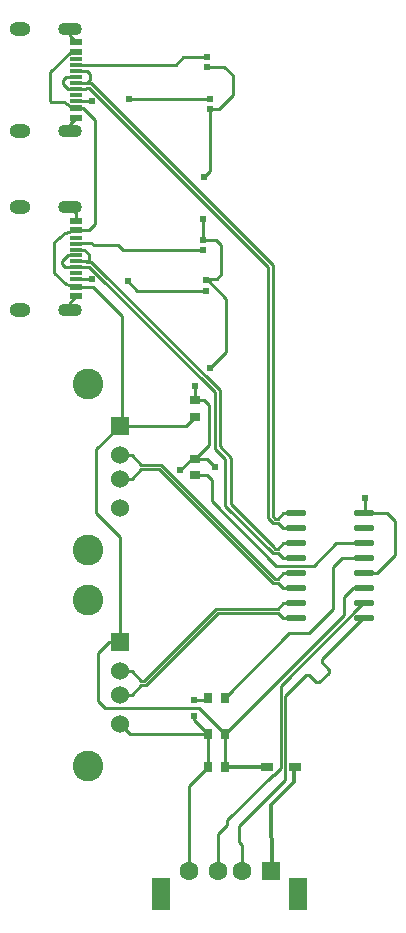
<source format=gtl>
G04 Layer: TopLayer*
G04 EasyEDA Pro v2.2.44.9, 2025-12-02 00:09:12*
G04 Gerber Generator version 0.3*
G04 Scale: 100 percent, Rotated: No, Reflected: No*
G04 Dimensions in millimeters*
G04 Leading zeros omitted, absolute positions, 4 integers and 5 decimals*
G04 Generated by one-click*
%FSLAX45Y45*%
%MOMM*%
%ADD10C,0.254*%
%ADD11C,0.3*%
%ADD12R,0.8X0.9*%
%ADD13R,0.9X0.8*%
%ADD14R,1.0X0.75001*%
%ADD15R,0.5461X0.56566*%
%ADD16R,0.54X0.56566*%
%ADD17O,1.74501X0.55999*%
%ADD18C,2.59999*%
%ADD19C,1.524*%
%ADD20R,1.524X1.524*%
%ADD21R,1.1X0.55001*%
%ADD22R,1.1X0.3*%
%ADD23O,2.0X1.1*%
%ADD24O,1.8X1.2*%
%ADD25R,1.6X2.79999*%
%ADD26R,1.6X1.6*%
%ADD27C,1.6*%
%ADD28C,0.6096*%
G75*


G04 PolygonModel Start*
G54D10*
G01X1596403Y6146406D02*
G01X1523606Y6146406D01*
G01X1473200Y6096000D01*
G01X1473200Y6070600D01*
G01X1497394Y6046407D01*
G01X1596403Y6046407D01*
G01X1596403Y6196394D02*
G01X1664907Y6196394D01*
G01X1701800Y6159500D01*
G01X1701800Y6105821D01*
G01X1685735Y6096394D01*
G01X1596403Y6096394D01*
G01X1596403Y7557707D02*
G01X1522794Y7557707D01*
G01X1485900Y7594600D01*
G01X1485900Y7632700D01*
G01X1510906Y7657706D01*
G01X1596403Y7657706D01*
G01X1596404Y7707694D02*
G01X1690307Y7707694D01*
G01X1714500Y7683500D01*
G01X1714500Y7632700D01*
G01X1689494Y7607694D01*
G01X1596403Y7607694D01*
G54D11*
G01X3249600Y941400D02*
G01X3245599Y1492999D01*
G01X3441700Y1689100D01*
G01X3441700Y1813141D01*
G01X3444659Y1816100D01*
G01X3210141Y1816100D02*
G01X2851302Y1816100D01*
G54D10*
G01X2851302Y1816100D02*
G01X2851302Y2095500D01*
G01X2851302Y2095500D02*
G01X3860800Y3104998D01*
G01X3860800Y3251200D01*
G01X3937000Y3327400D01*
G01X4033749Y3327400D01*
G01X2851302Y2095500D02*
G01X2635402Y2311400D01*
G01X1841500Y2311400D01*
G01X1778000Y2374900D01*
G01X1778000Y2781300D01*
G01X1874012Y2877312D01*
G01X1964296Y2877312D01*
G01X1964296Y2877312D02*
G01X1964296Y3763404D01*
G01X1765300Y3962400D01*
G01X1765300Y4507116D01*
G01X1964296Y4706112D01*
G01X1964296Y4706112D02*
G01X2528214Y4706112D01*
G01X2603500Y4781398D01*
G01X1981200Y4724400D02*
G01X1981200Y5634349D01*
G01X1734166Y5881383D01*
G01X1596404Y5881383D01*
G01X1596404Y5881383D02*
G01X1511300Y5905500D01*
G01X1409700Y5994400D01*
G01X1409700Y6261100D01*
G01X1498600Y6337300D01*
G01X1596404Y6361392D01*
G01X1596403Y7757681D02*
G01X2436381Y7757681D01*
G01X2501900Y7823200D01*
G01X2705100Y7823200D01*
G01X2545601Y938200D02*
G01X2545601Y1650403D01*
G01X2711298Y1816100D01*
G01X2711298Y1816100D02*
G01X2711298Y2095500D01*
G01X2711298Y2095500D02*
G01X2046110Y2095500D01*
G01X1964296Y2177313D01*
G01X1541412Y7200202D02*
G01X1541412Y7257707D01*
G01X1596403Y7312698D01*
G01X1541412Y8065199D02*
G01X1541412Y8007694D01*
G01X1596404Y7952702D01*
G01X1541412Y6553899D02*
G01X1596403Y6498908D01*
G01X1596403Y6441402D01*
G01X1541412Y5688902D02*
G01X1541412Y5746407D01*
G01X1596403Y5801398D01*
G01X1596403Y7872692D02*
G01X1548092Y7872692D01*
G01X1371600Y7696200D01*
G01X1371600Y7454900D01*
G01X1384300Y7442200D01*
G01X1488836Y7442200D01*
G01X1563598Y7392683D01*
G01X1596403Y7392683D01*
G01X1596403Y7392683D02*
G01X1649717Y7392683D01*
G01X1752600Y7289800D01*
G01X1752600Y6413500D01*
G01X1701800Y6362700D01*
G01X1596404Y6362700D01*
G01X2711298Y2095500D02*
G01X2590800Y2215998D01*
G01X2590800Y2247900D01*
G01X2590800Y2386793D02*
G01X2697791Y2386793D01*
G01X2711298Y2400300D01*
G01X2851302Y2400300D02*
G01X3397402Y2946400D01*
G01X3568700Y2946400D01*
G01X3771900Y3149600D01*
G01X3771900Y3505200D01*
G01X3848100Y3581400D01*
G01X4033749Y3581400D01*
G01X4033749Y3454400D02*
G01X4140200Y3454400D01*
G01X4292600Y3606800D01*
G01X4292600Y3898900D01*
G01X4229100Y3962400D01*
G01X4033749Y3962400D01*
G01X4033749Y3708400D02*
G01X3797300Y3708400D01*
G01X3606800Y3517900D01*
G01X3289300Y3517900D01*
G01X2743200Y4064000D01*
G01X2743200Y4241800D01*
G01X2698902Y4286098D01*
G01X2603500Y4286098D01*
G01X2692400Y5849518D02*
G01X2113382Y5849518D01*
G01X2032000Y5930900D01*
G01X1727200Y5943600D02*
G01X1596404Y5943600D01*
G01X2730500Y7386218D02*
G01X2801518Y7386218D01*
G01X2921000Y7505700D01*
G01X2921000Y7670800D01*
G01X2849232Y7742568D01*
G01X2705100Y7742568D01*
G01X2730500Y7472032D02*
G01X2041983Y7472032D01*
G01X1727200Y7454900D02*
G01X1596404Y7454900D01*
G01X2730500Y7386218D02*
G01X2730500Y6858000D01*
G01X2679700Y6807200D01*
G01X2667000Y6451600D02*
G01X2667000Y6278982D01*
G01X2667000Y6193168D02*
G01X1990581Y6193168D01*
G01X1948049Y6235700D01*
G01X1739900Y6235700D01*
G01X1727200Y6248400D01*
G01X1596404Y6248400D01*
G01X2667000Y6278982D02*
G01X2778974Y6278982D01*
G01X2822256Y6235700D01*
G01X2822256Y5989606D01*
G01X2783972Y5951323D01*
G01X2707641Y5951323D01*
G01X2692400Y5936082D01*
G01X2692400Y5936082D02*
G01X2707641Y5936082D01*
G01X2864425Y5779298D01*
G01X2864425Y5328225D01*
G01X2730500Y5194300D01*
G01X2603500Y5041900D02*
G01X2603500Y4921402D01*
G01X2603500Y4921402D02*
G01X2673198Y4921402D01*
G01X2717800Y4876800D01*
G01X2717800Y4540402D01*
G01X2603500Y4426102D01*
G01X2603500Y4426102D02*
G01X2702573Y4426102D01*
G01X2772571Y4356105D01*
G01X4038600Y4089400D02*
G01X4038600Y3967251D01*
G01X4033749Y3962400D01*
G01X2603500Y4426102D02*
G01X2571902Y4426102D01*
G01X2476500Y4330700D01*

G04 Pad Start*
G54D12*
G01X2711298Y2095500D03*
G01X2851302Y2095500D03*
G01X2711298Y1816100D03*
G01X2851302Y1816100D03*
G54D13*
G01X2603500Y4921402D03*
G01X2603500Y4781398D03*
G01X2603500Y4426102D03*
G01X2603500Y4286098D03*
G54D12*
G01X2711298Y2400300D03*
G01X2851302Y2400300D03*
G54D14*
G01X3444659Y1816100D03*
G01X3210141Y1816100D03*
G54D16*
G01X2667000Y6278982D03*
G01X2667000Y6192418D03*
G01X2692400Y5936082D03*
G01X2692400Y5849518D03*
G54D17*
G01X3459251Y3962400D03*
G01X3459251Y3835400D03*
G01X3459251Y3708400D03*
G01X3459251Y3581400D03*
G01X3459251Y3454400D03*
G01X3459251Y3327400D03*
G01X3459251Y3200400D03*
G01X3459251Y3073400D03*
G01X4033749Y3962400D03*
G01X4033749Y3835400D03*
G01X4033749Y3708400D03*
G01X4033749Y3581400D03*
G01X4033749Y3454400D03*
G01X4033749Y3327400D03*
G01X4033749Y3200400D03*
G01X4033749Y3073400D03*
G54D18*
G01X1693304Y5056099D03*
G01X1693304Y3656101D03*
G54D19*
G01X1964296Y4006113D03*
G01X1964296Y4256100D03*
G01X1964296Y4456100D03*
G54D20*
G01X1964296Y4706112D03*
G54D18*
G01X1693304Y3227299D03*
G01X1693304Y1827301D03*
G54D19*
G01X1964296Y2177313D03*
G01X1964296Y2427300D03*
G01X1964296Y2627300D03*
G54D20*
G01X1964296Y2877312D03*
G54D16*
G01X2705100Y7828382D03*
G01X2705100Y7741818D03*
G01X2730500Y7472782D03*
G01X2730500Y7386218D03*
G54D21*
G01X1596403Y6441402D03*
G01X1596403Y6361392D03*
G54D22*
G01X1596403Y6296393D03*
G01X1596403Y6246381D03*
G01X1596403Y6196394D03*
G01X1596403Y6146406D03*
G01X1596403Y6096394D03*
G01X1596403Y6046407D03*
G01X1596403Y5996394D03*
G01X1596403Y5946381D03*
G54D21*
G01X1596403Y5881383D03*
G01X1596403Y5801398D03*
G54D23*
G01X1541412Y6553899D03*
G01X1541412Y5688902D03*
G54D24*
G01X1121397Y6553899D03*
G01X1121397Y5688902D03*
G54D21*
G01X1596403Y7952702D03*
G01X1596403Y7872692D03*
G54D22*
G01X1596403Y7807693D03*
G01X1596403Y7757681D03*
G01X1596403Y7707694D03*
G01X1596403Y7657706D03*
G01X1596403Y7607694D03*
G01X1596403Y7557707D03*
G01X1596403Y7507694D03*
G01X1596403Y7457681D03*
G54D21*
G01X1596403Y7392683D03*
G01X1596403Y7312698D03*
G54D23*
G01X1541412Y8065199D03*
G01X1541412Y7200202D03*
G54D24*
G01X1121397Y8065199D03*
G01X1121397Y7200202D03*
G54D25*
G01X2315604Y738200D03*
G01X3475596Y738200D03*
G54D26*
G01X3245599Y938200D03*
G54D27*
G01X2995613Y938200D03*
G01X2795613Y938200D03*
G01X2545601Y938200D03*
G04 Pad End*

G04 Via Start*
G54D28*
G01X2590800Y2247900D03*
G01X2590800Y2386793D03*
G01X2032000Y5930900D03*
G01X1727200Y5943600D03*
G01X2037617Y7472032D03*
G01X1727200Y7454900D03*
G01X2679700Y6807200D03*
G01X2667000Y6451600D03*
G01X2730500Y5194300D03*
G01X2603500Y5041900D03*
G01X2772571Y4356105D03*
G01X4038600Y4089400D03*
G01X2476500Y4330700D03*
G04 Via End*

G04 Track Start*
G54D10*
G01X1964296Y2627300D02*
G01X2065896Y2627300D01*
G01X2170976Y2547620D02*
G01X2780576Y3157220D01*
G01X1964296Y2427300D02*
G01X2065896Y2427300D01*
G01X2187810Y2506980D02*
G01X2797410Y3116580D01*
G01X3346601Y3200400D02*
G01X3459251Y3200400D01*
G01X3346601Y3073400D02*
G01X3459251Y3073400D01*
G01X2065896Y2627300D02*
G01X2145576Y2547620D01*
G01X2170976Y2547620D01*
G01X3303421Y3157220D02*
G01X3346601Y3200400D01*
G01X2065896Y2427300D02*
G01X2145576Y2506980D01*
G01X3303421Y3116580D02*
G01X3346601Y3073400D01*
G01X2780576Y3157220D02*
G01X3303421Y3157220D01*
G01X2145576Y2506980D02*
G01X2187810Y2506980D01*
G01X2797410Y3116580D02*
G01X3303421Y3116580D01*
G01X1964296Y4456100D02*
G01X2065896Y4456100D01*
G01X2312821Y4376420D02*
G01X3278021Y3411220D01*
G01X1964296Y4256100D02*
G01X2065896Y4256100D01*
G01X2295988Y4335780D02*
G01X3261188Y3370580D01*
G01X3346601Y3454400D02*
G01X3459251Y3454400D01*
G01X3346601Y3327400D02*
G01X3459251Y3327400D01*
G01X2065896Y4456100D02*
G01X2145576Y4376420D01*
G01X3278021Y3411220D02*
G01X3303421Y3411220D01*
G01X3346601Y3454400D01*
G01X2065896Y4256100D02*
G01X2145576Y4335780D01*
G01X3303421Y3370580D02*
G01X3346601Y3327400D01*
G01X2145576Y4376420D02*
G01X2312821Y4376420D01*
G01X2145576Y4335780D02*
G01X2295988Y4335780D01*
G01X3261188Y3370580D02*
G01X3303421Y3370580D01*
G01X1596403Y6096394D02*
G01X1676803Y6096394D01*
G01X1596403Y6046407D02*
G01X1676803Y6046407D01*
G01X3260061Y3683181D02*
G01X3278021Y3665220D01*
G01X3346601Y3708400D02*
G01X3459251Y3708400D01*
G01X3346601Y3581400D02*
G01X3459251Y3581400D01*
G01X1676803Y6096394D02*
G01X1681476Y6091720D01*
G01X3278021Y3665220D02*
G01X3303421Y3665220D01*
G01X3346601Y3708400D01*
G01X1676803Y6046407D02*
G01X1681476Y6051080D01*
G01X1706876Y6051080D01*
G01X3303421Y3624580D02*
G01X3346601Y3581400D01*
G01X1681476Y6091720D02*
G01X1723710Y6091720D01*
G01X3261188Y3624580D02*
G01X3303421Y3624580D01*
G01X1723710Y6091720D02*
G01X2809240Y5006190D01*
G01X2809240Y4531360D01*
G01X2768600Y4508500D02*
G01X2857500Y4419600D01*
G01X2857500Y4028268D01*
G01X3261188Y3624580D01*
G01X2809240Y4531360D02*
G01X2908300Y4432300D01*
G01X2908300Y4038600D01*
G01X3260061Y3686839D01*
G01X3260061Y3683181D01*
G01X1596403Y7607694D02*
G01X1676803Y7607694D01*
G01X1723710Y7603020D02*
G01X3260061Y6066669D01*
G01X3260061Y3937181D01*
G01X1596403Y7557707D02*
G01X1676803Y7557707D01*
G01X1706876Y7562380D02*
G01X3219421Y6049836D01*
G01X3219421Y3920347D01*
G01X3260061Y3937181D02*
G01X3278021Y3919220D01*
G01X3346601Y3962400D02*
G01X3459251Y3962400D01*
G01X3219421Y3920347D02*
G01X3261188Y3878580D01*
G01X3346601Y3835400D02*
G01X3459251Y3835400D01*
G01X1676803Y7607694D02*
G01X1681476Y7603020D01*
G01X3278021Y3919220D02*
G01X3303421Y3919220D01*
G01X3346601Y3962400D01*
G01X1676803Y7557707D02*
G01X1681476Y7562380D01*
G01X1706876Y7562380D01*
G01X3303421Y3878580D02*
G01X3346601Y3835400D01*
G01X3261188Y3878580D02*
G01X3303421Y3878580D01*
G01X1681476Y7603020D02*
G01X1723710Y7603020D01*
G01X1706876Y6051080D02*
G01X2768600Y4989356D01*
G01X2768600Y4508500D01*
G01X2875293Y1326479D02*
G01X2875293Y1368713D01*
G01X3257239Y1750659D01*
G01X3271714Y1750659D01*
G01X3326079Y1805025D01*
G01X3326079Y2504092D01*
G01X4022387Y3200400D01*
G01X4033749Y3200400D01*
G01X2995613Y1154100D02*
G01X2971561Y1178151D01*
G01X2971561Y1312970D01*
G01X3366719Y1708128D01*
G01X3366719Y2419071D01*
G01X3540161Y2592512D01*
G01X3565561Y2592512D01*
G01X3625137Y2532937D01*
G01X3650537Y2532937D01*
G01X3732900Y2615300D01*
G01X3673324Y2700275D02*
G01X3673324Y2725675D01*
G01X4021049Y3073400D01*
G01X4033749Y3073400D01*
G01X3732900Y2615300D02*
G01X3732900Y2640700D01*
G01X3673324Y2700275D01*
G01X2995613Y938200D02*
G01X2995613Y1154100D01*
G01X2795613Y938200D02*
G01X2795613Y1246800D01*
G01X2875293Y1326479D01*
G04 Track End*

M02*


</source>
